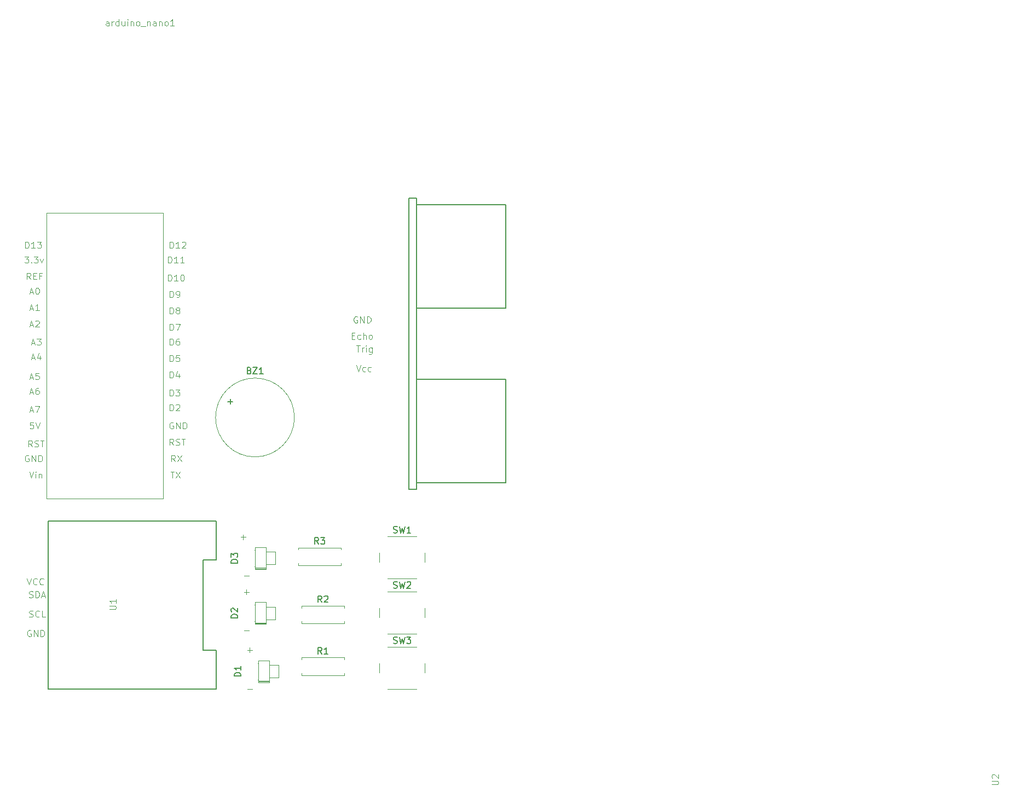
<source format=gbr>
%TF.GenerationSoftware,KiCad,Pcbnew,8.0.7*%
%TF.CreationDate,2024-12-24T10:01:26+05:30*%
%TF.ProjectId,task1,7461736b-312e-46b6-9963-61645f706362,rev?*%
%TF.SameCoordinates,Original*%
%TF.FileFunction,Legend,Top*%
%TF.FilePolarity,Positive*%
%FSLAX46Y46*%
G04 Gerber Fmt 4.6, Leading zero omitted, Abs format (unit mm)*
G04 Created by KiCad (PCBNEW 8.0.7) date 2024-12-24 10:01:26*
%MOMM*%
%LPD*%
G01*
G04 APERTURE LIST*
%ADD10C,0.100000*%
%ADD11C,0.150000*%
%ADD12C,0.120000*%
%ADD13C,0.127000*%
G04 APERTURE END LIST*
D10*
X169303884Y-134991466D02*
X170065789Y-134991466D01*
X169303884Y-128991466D02*
X170065789Y-128991466D01*
X169684836Y-129372419D02*
X169684836Y-128610514D01*
X168803884Y-117491466D02*
X169565789Y-117491466D01*
X168803884Y-125991466D02*
X169565789Y-125991466D01*
X168303884Y-111491466D02*
X169065789Y-111491466D01*
X168684836Y-111872419D02*
X168684836Y-111110514D01*
X168803884Y-119991466D02*
X169565789Y-119991466D01*
X169184836Y-120372419D02*
X169184836Y-119610514D01*
D11*
X168309819Y-133018094D02*
X167309819Y-133018094D01*
X167309819Y-133018094D02*
X167309819Y-132779999D01*
X167309819Y-132779999D02*
X167357438Y-132637142D01*
X167357438Y-132637142D02*
X167452676Y-132541904D01*
X167452676Y-132541904D02*
X167547914Y-132494285D01*
X167547914Y-132494285D02*
X167738390Y-132446666D01*
X167738390Y-132446666D02*
X167881247Y-132446666D01*
X167881247Y-132446666D02*
X168071723Y-132494285D01*
X168071723Y-132494285D02*
X168166961Y-132541904D01*
X168166961Y-132541904D02*
X168262200Y-132637142D01*
X168262200Y-132637142D02*
X168309819Y-132779999D01*
X168309819Y-132779999D02*
X168309819Y-133018094D01*
X168309819Y-131494285D02*
X168309819Y-132065713D01*
X168309819Y-131779999D02*
X167309819Y-131779999D01*
X167309819Y-131779999D02*
X167452676Y-131875237D01*
X167452676Y-131875237D02*
X167547914Y-131970475D01*
X167547914Y-131970475D02*
X167595533Y-132065713D01*
X167809819Y-124008094D02*
X166809819Y-124008094D01*
X166809819Y-124008094D02*
X166809819Y-123769999D01*
X166809819Y-123769999D02*
X166857438Y-123627142D01*
X166857438Y-123627142D02*
X166952676Y-123531904D01*
X166952676Y-123531904D02*
X167047914Y-123484285D01*
X167047914Y-123484285D02*
X167238390Y-123436666D01*
X167238390Y-123436666D02*
X167381247Y-123436666D01*
X167381247Y-123436666D02*
X167571723Y-123484285D01*
X167571723Y-123484285D02*
X167666961Y-123531904D01*
X167666961Y-123531904D02*
X167762200Y-123627142D01*
X167762200Y-123627142D02*
X167809819Y-123769999D01*
X167809819Y-123769999D02*
X167809819Y-124008094D01*
X166905057Y-123055713D02*
X166857438Y-123008094D01*
X166857438Y-123008094D02*
X166809819Y-122912856D01*
X166809819Y-122912856D02*
X166809819Y-122674761D01*
X166809819Y-122674761D02*
X166857438Y-122579523D01*
X166857438Y-122579523D02*
X166905057Y-122531904D01*
X166905057Y-122531904D02*
X167000295Y-122484285D01*
X167000295Y-122484285D02*
X167095533Y-122484285D01*
X167095533Y-122484285D02*
X167238390Y-122531904D01*
X167238390Y-122531904D02*
X167809819Y-123103332D01*
X167809819Y-123103332D02*
X167809819Y-122484285D01*
X180833333Y-129584819D02*
X180500000Y-129108628D01*
X180261905Y-129584819D02*
X180261905Y-128584819D01*
X180261905Y-128584819D02*
X180642857Y-128584819D01*
X180642857Y-128584819D02*
X180738095Y-128632438D01*
X180738095Y-128632438D02*
X180785714Y-128680057D01*
X180785714Y-128680057D02*
X180833333Y-128775295D01*
X180833333Y-128775295D02*
X180833333Y-128918152D01*
X180833333Y-128918152D02*
X180785714Y-129013390D01*
X180785714Y-129013390D02*
X180738095Y-129061009D01*
X180738095Y-129061009D02*
X180642857Y-129108628D01*
X180642857Y-129108628D02*
X180261905Y-129108628D01*
X181785714Y-129584819D02*
X181214286Y-129584819D01*
X181500000Y-129584819D02*
X181500000Y-128584819D01*
X181500000Y-128584819D02*
X181404762Y-128727676D01*
X181404762Y-128727676D02*
X181309524Y-128822914D01*
X181309524Y-128822914D02*
X181214286Y-128870533D01*
X191916667Y-119357200D02*
X192059524Y-119404819D01*
X192059524Y-119404819D02*
X192297619Y-119404819D01*
X192297619Y-119404819D02*
X192392857Y-119357200D01*
X192392857Y-119357200D02*
X192440476Y-119309580D01*
X192440476Y-119309580D02*
X192488095Y-119214342D01*
X192488095Y-119214342D02*
X192488095Y-119119104D01*
X192488095Y-119119104D02*
X192440476Y-119023866D01*
X192440476Y-119023866D02*
X192392857Y-118976247D01*
X192392857Y-118976247D02*
X192297619Y-118928628D01*
X192297619Y-118928628D02*
X192107143Y-118881009D01*
X192107143Y-118881009D02*
X192011905Y-118833390D01*
X192011905Y-118833390D02*
X191964286Y-118785771D01*
X191964286Y-118785771D02*
X191916667Y-118690533D01*
X191916667Y-118690533D02*
X191916667Y-118595295D01*
X191916667Y-118595295D02*
X191964286Y-118500057D01*
X191964286Y-118500057D02*
X192011905Y-118452438D01*
X192011905Y-118452438D02*
X192107143Y-118404819D01*
X192107143Y-118404819D02*
X192345238Y-118404819D01*
X192345238Y-118404819D02*
X192488095Y-118452438D01*
X192821429Y-118404819D02*
X193059524Y-119404819D01*
X193059524Y-119404819D02*
X193250000Y-118690533D01*
X193250000Y-118690533D02*
X193440476Y-119404819D01*
X193440476Y-119404819D02*
X193678572Y-118404819D01*
X194011905Y-118500057D02*
X194059524Y-118452438D01*
X194059524Y-118452438D02*
X194154762Y-118404819D01*
X194154762Y-118404819D02*
X194392857Y-118404819D01*
X194392857Y-118404819D02*
X194488095Y-118452438D01*
X194488095Y-118452438D02*
X194535714Y-118500057D01*
X194535714Y-118500057D02*
X194583333Y-118595295D01*
X194583333Y-118595295D02*
X194583333Y-118690533D01*
X194583333Y-118690533D02*
X194535714Y-118833390D01*
X194535714Y-118833390D02*
X193964286Y-119404819D01*
X193964286Y-119404819D02*
X194583333Y-119404819D01*
D10*
X284474419Y-149780904D02*
X285283942Y-149780904D01*
X285283942Y-149780904D02*
X285379180Y-149733285D01*
X285379180Y-149733285D02*
X285426800Y-149685666D01*
X285426800Y-149685666D02*
X285474419Y-149590428D01*
X285474419Y-149590428D02*
X285474419Y-149399952D01*
X285474419Y-149399952D02*
X285426800Y-149304714D01*
X285426800Y-149304714D02*
X285379180Y-149257095D01*
X285379180Y-149257095D02*
X285283942Y-149209476D01*
X285283942Y-149209476D02*
X284474419Y-149209476D01*
X284569657Y-148780904D02*
X284522038Y-148733285D01*
X284522038Y-148733285D02*
X284474419Y-148638047D01*
X284474419Y-148638047D02*
X284474419Y-148399952D01*
X284474419Y-148399952D02*
X284522038Y-148304714D01*
X284522038Y-148304714D02*
X284569657Y-148257095D01*
X284569657Y-148257095D02*
X284664895Y-148209476D01*
X284664895Y-148209476D02*
X284760133Y-148209476D01*
X284760133Y-148209476D02*
X284902990Y-148257095D01*
X284902990Y-148257095D02*
X285474419Y-148828523D01*
X285474419Y-148828523D02*
X285474419Y-148209476D01*
X185477884Y-80348609D02*
X185811217Y-80348609D01*
X185954074Y-80872419D02*
X185477884Y-80872419D01*
X185477884Y-80872419D02*
X185477884Y-79872419D01*
X185477884Y-79872419D02*
X185954074Y-79872419D01*
X186811217Y-80824800D02*
X186715979Y-80872419D01*
X186715979Y-80872419D02*
X186525503Y-80872419D01*
X186525503Y-80872419D02*
X186430265Y-80824800D01*
X186430265Y-80824800D02*
X186382646Y-80777180D01*
X186382646Y-80777180D02*
X186335027Y-80681942D01*
X186335027Y-80681942D02*
X186335027Y-80396228D01*
X186335027Y-80396228D02*
X186382646Y-80300990D01*
X186382646Y-80300990D02*
X186430265Y-80253371D01*
X186430265Y-80253371D02*
X186525503Y-80205752D01*
X186525503Y-80205752D02*
X186715979Y-80205752D01*
X186715979Y-80205752D02*
X186811217Y-80253371D01*
X187239789Y-80872419D02*
X187239789Y-79872419D01*
X187668360Y-80872419D02*
X187668360Y-80348609D01*
X187668360Y-80348609D02*
X187620741Y-80253371D01*
X187620741Y-80253371D02*
X187525503Y-80205752D01*
X187525503Y-80205752D02*
X187382646Y-80205752D01*
X187382646Y-80205752D02*
X187287408Y-80253371D01*
X187287408Y-80253371D02*
X187239789Y-80300990D01*
X188287408Y-80872419D02*
X188192170Y-80824800D01*
X188192170Y-80824800D02*
X188144551Y-80777180D01*
X188144551Y-80777180D02*
X188096932Y-80681942D01*
X188096932Y-80681942D02*
X188096932Y-80396228D01*
X188096932Y-80396228D02*
X188144551Y-80300990D01*
X188144551Y-80300990D02*
X188192170Y-80253371D01*
X188192170Y-80253371D02*
X188287408Y-80205752D01*
X188287408Y-80205752D02*
X188430265Y-80205752D01*
X188430265Y-80205752D02*
X188525503Y-80253371D01*
X188525503Y-80253371D02*
X188573122Y-80300990D01*
X188573122Y-80300990D02*
X188620741Y-80396228D01*
X188620741Y-80396228D02*
X188620741Y-80681942D01*
X188620741Y-80681942D02*
X188573122Y-80777180D01*
X188573122Y-80777180D02*
X188525503Y-80824800D01*
X188525503Y-80824800D02*
X188430265Y-80872419D01*
X188430265Y-80872419D02*
X188287408Y-80872419D01*
X186161027Y-81872419D02*
X186732455Y-81872419D01*
X186446741Y-82872419D02*
X186446741Y-81872419D01*
X187065789Y-82872419D02*
X187065789Y-82205752D01*
X187065789Y-82396228D02*
X187113408Y-82300990D01*
X187113408Y-82300990D02*
X187161027Y-82253371D01*
X187161027Y-82253371D02*
X187256265Y-82205752D01*
X187256265Y-82205752D02*
X187351503Y-82205752D01*
X187684837Y-82872419D02*
X187684837Y-82205752D01*
X187684837Y-81872419D02*
X187637218Y-81920038D01*
X187637218Y-81920038D02*
X187684837Y-81967657D01*
X187684837Y-81967657D02*
X187732456Y-81920038D01*
X187732456Y-81920038D02*
X187684837Y-81872419D01*
X187684837Y-81872419D02*
X187684837Y-81967657D01*
X188589598Y-82205752D02*
X188589598Y-83015276D01*
X188589598Y-83015276D02*
X188541979Y-83110514D01*
X188541979Y-83110514D02*
X188494360Y-83158133D01*
X188494360Y-83158133D02*
X188399122Y-83205752D01*
X188399122Y-83205752D02*
X188256265Y-83205752D01*
X188256265Y-83205752D02*
X188161027Y-83158133D01*
X188589598Y-82824800D02*
X188494360Y-82872419D01*
X188494360Y-82872419D02*
X188303884Y-82872419D01*
X188303884Y-82872419D02*
X188208646Y-82824800D01*
X188208646Y-82824800D02*
X188161027Y-82777180D01*
X188161027Y-82777180D02*
X188113408Y-82681942D01*
X188113408Y-82681942D02*
X188113408Y-82396228D01*
X188113408Y-82396228D02*
X188161027Y-82300990D01*
X188161027Y-82300990D02*
X188208646Y-82253371D01*
X188208646Y-82253371D02*
X188303884Y-82205752D01*
X188303884Y-82205752D02*
X188494360Y-82205752D01*
X188494360Y-82205752D02*
X188589598Y-82253371D01*
X186161027Y-84872419D02*
X186494360Y-85872419D01*
X186494360Y-85872419D02*
X186827693Y-84872419D01*
X187589598Y-85824800D02*
X187494360Y-85872419D01*
X187494360Y-85872419D02*
X187303884Y-85872419D01*
X187303884Y-85872419D02*
X187208646Y-85824800D01*
X187208646Y-85824800D02*
X187161027Y-85777180D01*
X187161027Y-85777180D02*
X187113408Y-85681942D01*
X187113408Y-85681942D02*
X187113408Y-85396228D01*
X187113408Y-85396228D02*
X187161027Y-85300990D01*
X187161027Y-85300990D02*
X187208646Y-85253371D01*
X187208646Y-85253371D02*
X187303884Y-85205752D01*
X187303884Y-85205752D02*
X187494360Y-85205752D01*
X187494360Y-85205752D02*
X187589598Y-85253371D01*
X188446741Y-85824800D02*
X188351503Y-85872419D01*
X188351503Y-85872419D02*
X188161027Y-85872419D01*
X188161027Y-85872419D02*
X188065789Y-85824800D01*
X188065789Y-85824800D02*
X188018170Y-85777180D01*
X188018170Y-85777180D02*
X187970551Y-85681942D01*
X187970551Y-85681942D02*
X187970551Y-85396228D01*
X187970551Y-85396228D02*
X188018170Y-85300990D01*
X188018170Y-85300990D02*
X188065789Y-85253371D01*
X188065789Y-85253371D02*
X188161027Y-85205752D01*
X188161027Y-85205752D02*
X188351503Y-85205752D01*
X188351503Y-85205752D02*
X188446741Y-85253371D01*
X186327693Y-77420038D02*
X186232455Y-77372419D01*
X186232455Y-77372419D02*
X186089598Y-77372419D01*
X186089598Y-77372419D02*
X185946741Y-77420038D01*
X185946741Y-77420038D02*
X185851503Y-77515276D01*
X185851503Y-77515276D02*
X185803884Y-77610514D01*
X185803884Y-77610514D02*
X185756265Y-77800990D01*
X185756265Y-77800990D02*
X185756265Y-77943847D01*
X185756265Y-77943847D02*
X185803884Y-78134323D01*
X185803884Y-78134323D02*
X185851503Y-78229561D01*
X185851503Y-78229561D02*
X185946741Y-78324800D01*
X185946741Y-78324800D02*
X186089598Y-78372419D01*
X186089598Y-78372419D02*
X186184836Y-78372419D01*
X186184836Y-78372419D02*
X186327693Y-78324800D01*
X186327693Y-78324800D02*
X186375312Y-78277180D01*
X186375312Y-78277180D02*
X186375312Y-77943847D01*
X186375312Y-77943847D02*
X186184836Y-77943847D01*
X186803884Y-78372419D02*
X186803884Y-77372419D01*
X186803884Y-77372419D02*
X187375312Y-78372419D01*
X187375312Y-78372419D02*
X187375312Y-77372419D01*
X187851503Y-78372419D02*
X187851503Y-77372419D01*
X187851503Y-77372419D02*
X188089598Y-77372419D01*
X188089598Y-77372419D02*
X188232455Y-77420038D01*
X188232455Y-77420038D02*
X188327693Y-77515276D01*
X188327693Y-77515276D02*
X188375312Y-77610514D01*
X188375312Y-77610514D02*
X188422931Y-77800990D01*
X188422931Y-77800990D02*
X188422931Y-77943847D01*
X188422931Y-77943847D02*
X188375312Y-78134323D01*
X188375312Y-78134323D02*
X188327693Y-78229561D01*
X188327693Y-78229561D02*
X188232455Y-78324800D01*
X188232455Y-78324800D02*
X188089598Y-78372419D01*
X188089598Y-78372419D02*
X187851503Y-78372419D01*
D11*
X180333333Y-112584819D02*
X180000000Y-112108628D01*
X179761905Y-112584819D02*
X179761905Y-111584819D01*
X179761905Y-111584819D02*
X180142857Y-111584819D01*
X180142857Y-111584819D02*
X180238095Y-111632438D01*
X180238095Y-111632438D02*
X180285714Y-111680057D01*
X180285714Y-111680057D02*
X180333333Y-111775295D01*
X180333333Y-111775295D02*
X180333333Y-111918152D01*
X180333333Y-111918152D02*
X180285714Y-112013390D01*
X180285714Y-112013390D02*
X180238095Y-112061009D01*
X180238095Y-112061009D02*
X180142857Y-112108628D01*
X180142857Y-112108628D02*
X179761905Y-112108628D01*
X180666667Y-111584819D02*
X181285714Y-111584819D01*
X181285714Y-111584819D02*
X180952381Y-111965771D01*
X180952381Y-111965771D02*
X181095238Y-111965771D01*
X181095238Y-111965771D02*
X181190476Y-112013390D01*
X181190476Y-112013390D02*
X181238095Y-112061009D01*
X181238095Y-112061009D02*
X181285714Y-112156247D01*
X181285714Y-112156247D02*
X181285714Y-112394342D01*
X181285714Y-112394342D02*
X181238095Y-112489580D01*
X181238095Y-112489580D02*
X181190476Y-112537200D01*
X181190476Y-112537200D02*
X181095238Y-112584819D01*
X181095238Y-112584819D02*
X180809524Y-112584819D01*
X180809524Y-112584819D02*
X180714286Y-112537200D01*
X180714286Y-112537200D02*
X180666667Y-112489580D01*
X191916667Y-127907200D02*
X192059524Y-127954819D01*
X192059524Y-127954819D02*
X192297619Y-127954819D01*
X192297619Y-127954819D02*
X192392857Y-127907200D01*
X192392857Y-127907200D02*
X192440476Y-127859580D01*
X192440476Y-127859580D02*
X192488095Y-127764342D01*
X192488095Y-127764342D02*
X192488095Y-127669104D01*
X192488095Y-127669104D02*
X192440476Y-127573866D01*
X192440476Y-127573866D02*
X192392857Y-127526247D01*
X192392857Y-127526247D02*
X192297619Y-127478628D01*
X192297619Y-127478628D02*
X192107143Y-127431009D01*
X192107143Y-127431009D02*
X192011905Y-127383390D01*
X192011905Y-127383390D02*
X191964286Y-127335771D01*
X191964286Y-127335771D02*
X191916667Y-127240533D01*
X191916667Y-127240533D02*
X191916667Y-127145295D01*
X191916667Y-127145295D02*
X191964286Y-127050057D01*
X191964286Y-127050057D02*
X192011905Y-127002438D01*
X192011905Y-127002438D02*
X192107143Y-126954819D01*
X192107143Y-126954819D02*
X192345238Y-126954819D01*
X192345238Y-126954819D02*
X192488095Y-127002438D01*
X192821429Y-126954819D02*
X193059524Y-127954819D01*
X193059524Y-127954819D02*
X193250000Y-127240533D01*
X193250000Y-127240533D02*
X193440476Y-127954819D01*
X193440476Y-127954819D02*
X193678572Y-126954819D01*
X193964286Y-126954819D02*
X194583333Y-126954819D01*
X194583333Y-126954819D02*
X194250000Y-127335771D01*
X194250000Y-127335771D02*
X194392857Y-127335771D01*
X194392857Y-127335771D02*
X194488095Y-127383390D01*
X194488095Y-127383390D02*
X194535714Y-127431009D01*
X194535714Y-127431009D02*
X194583333Y-127526247D01*
X194583333Y-127526247D02*
X194583333Y-127764342D01*
X194583333Y-127764342D02*
X194535714Y-127859580D01*
X194535714Y-127859580D02*
X194488095Y-127907200D01*
X194488095Y-127907200D02*
X194392857Y-127954819D01*
X194392857Y-127954819D02*
X194107143Y-127954819D01*
X194107143Y-127954819D02*
X194011905Y-127907200D01*
X194011905Y-127907200D02*
X193964286Y-127859580D01*
X169619047Y-85731009D02*
X169761904Y-85778628D01*
X169761904Y-85778628D02*
X169809523Y-85826247D01*
X169809523Y-85826247D02*
X169857142Y-85921485D01*
X169857142Y-85921485D02*
X169857142Y-86064342D01*
X169857142Y-86064342D02*
X169809523Y-86159580D01*
X169809523Y-86159580D02*
X169761904Y-86207200D01*
X169761904Y-86207200D02*
X169666666Y-86254819D01*
X169666666Y-86254819D02*
X169285714Y-86254819D01*
X169285714Y-86254819D02*
X169285714Y-85254819D01*
X169285714Y-85254819D02*
X169619047Y-85254819D01*
X169619047Y-85254819D02*
X169714285Y-85302438D01*
X169714285Y-85302438D02*
X169761904Y-85350057D01*
X169761904Y-85350057D02*
X169809523Y-85445295D01*
X169809523Y-85445295D02*
X169809523Y-85540533D01*
X169809523Y-85540533D02*
X169761904Y-85635771D01*
X169761904Y-85635771D02*
X169714285Y-85683390D01*
X169714285Y-85683390D02*
X169619047Y-85731009D01*
X169619047Y-85731009D02*
X169285714Y-85731009D01*
X170190476Y-85254819D02*
X170857142Y-85254819D01*
X170857142Y-85254819D02*
X170190476Y-86254819D01*
X170190476Y-86254819D02*
X170857142Y-86254819D01*
X171761904Y-86254819D02*
X171190476Y-86254819D01*
X171476190Y-86254819D02*
X171476190Y-85254819D01*
X171476190Y-85254819D02*
X171380952Y-85397676D01*
X171380952Y-85397676D02*
X171285714Y-85492914D01*
X171285714Y-85492914D02*
X171190476Y-85540533D01*
X166309048Y-90533866D02*
X167070953Y-90533866D01*
X166690000Y-90914819D02*
X166690000Y-90152914D01*
D10*
X147890475Y-32395419D02*
X147890475Y-31871609D01*
X147890475Y-31871609D02*
X147842856Y-31776371D01*
X147842856Y-31776371D02*
X147747618Y-31728752D01*
X147747618Y-31728752D02*
X147557142Y-31728752D01*
X147557142Y-31728752D02*
X147461904Y-31776371D01*
X147890475Y-32347800D02*
X147795237Y-32395419D01*
X147795237Y-32395419D02*
X147557142Y-32395419D01*
X147557142Y-32395419D02*
X147461904Y-32347800D01*
X147461904Y-32347800D02*
X147414285Y-32252561D01*
X147414285Y-32252561D02*
X147414285Y-32157323D01*
X147414285Y-32157323D02*
X147461904Y-32062085D01*
X147461904Y-32062085D02*
X147557142Y-32014466D01*
X147557142Y-32014466D02*
X147795237Y-32014466D01*
X147795237Y-32014466D02*
X147890475Y-31966847D01*
X148366666Y-32395419D02*
X148366666Y-31728752D01*
X148366666Y-31919228D02*
X148414285Y-31823990D01*
X148414285Y-31823990D02*
X148461904Y-31776371D01*
X148461904Y-31776371D02*
X148557142Y-31728752D01*
X148557142Y-31728752D02*
X148652380Y-31728752D01*
X149414285Y-32395419D02*
X149414285Y-31395419D01*
X149414285Y-32347800D02*
X149319047Y-32395419D01*
X149319047Y-32395419D02*
X149128571Y-32395419D01*
X149128571Y-32395419D02*
X149033333Y-32347800D01*
X149033333Y-32347800D02*
X148985714Y-32300180D01*
X148985714Y-32300180D02*
X148938095Y-32204942D01*
X148938095Y-32204942D02*
X148938095Y-31919228D01*
X148938095Y-31919228D02*
X148985714Y-31823990D01*
X148985714Y-31823990D02*
X149033333Y-31776371D01*
X149033333Y-31776371D02*
X149128571Y-31728752D01*
X149128571Y-31728752D02*
X149319047Y-31728752D01*
X149319047Y-31728752D02*
X149414285Y-31776371D01*
X150319047Y-31728752D02*
X150319047Y-32395419D01*
X149890476Y-31728752D02*
X149890476Y-32252561D01*
X149890476Y-32252561D02*
X149938095Y-32347800D01*
X149938095Y-32347800D02*
X150033333Y-32395419D01*
X150033333Y-32395419D02*
X150176190Y-32395419D01*
X150176190Y-32395419D02*
X150271428Y-32347800D01*
X150271428Y-32347800D02*
X150319047Y-32300180D01*
X150795238Y-32395419D02*
X150795238Y-31728752D01*
X150795238Y-31395419D02*
X150747619Y-31443038D01*
X150747619Y-31443038D02*
X150795238Y-31490657D01*
X150795238Y-31490657D02*
X150842857Y-31443038D01*
X150842857Y-31443038D02*
X150795238Y-31395419D01*
X150795238Y-31395419D02*
X150795238Y-31490657D01*
X151271428Y-31728752D02*
X151271428Y-32395419D01*
X151271428Y-31823990D02*
X151319047Y-31776371D01*
X151319047Y-31776371D02*
X151414285Y-31728752D01*
X151414285Y-31728752D02*
X151557142Y-31728752D01*
X151557142Y-31728752D02*
X151652380Y-31776371D01*
X151652380Y-31776371D02*
X151699999Y-31871609D01*
X151699999Y-31871609D02*
X151699999Y-32395419D01*
X152319047Y-32395419D02*
X152223809Y-32347800D01*
X152223809Y-32347800D02*
X152176190Y-32300180D01*
X152176190Y-32300180D02*
X152128571Y-32204942D01*
X152128571Y-32204942D02*
X152128571Y-31919228D01*
X152128571Y-31919228D02*
X152176190Y-31823990D01*
X152176190Y-31823990D02*
X152223809Y-31776371D01*
X152223809Y-31776371D02*
X152319047Y-31728752D01*
X152319047Y-31728752D02*
X152461904Y-31728752D01*
X152461904Y-31728752D02*
X152557142Y-31776371D01*
X152557142Y-31776371D02*
X152604761Y-31823990D01*
X152604761Y-31823990D02*
X152652380Y-31919228D01*
X152652380Y-31919228D02*
X152652380Y-32204942D01*
X152652380Y-32204942D02*
X152604761Y-32300180D01*
X152604761Y-32300180D02*
X152557142Y-32347800D01*
X152557142Y-32347800D02*
X152461904Y-32395419D01*
X152461904Y-32395419D02*
X152319047Y-32395419D01*
X152842857Y-32490657D02*
X153604761Y-32490657D01*
X153842857Y-31728752D02*
X153842857Y-32395419D01*
X153842857Y-31823990D02*
X153890476Y-31776371D01*
X153890476Y-31776371D02*
X153985714Y-31728752D01*
X153985714Y-31728752D02*
X154128571Y-31728752D01*
X154128571Y-31728752D02*
X154223809Y-31776371D01*
X154223809Y-31776371D02*
X154271428Y-31871609D01*
X154271428Y-31871609D02*
X154271428Y-32395419D01*
X155176190Y-32395419D02*
X155176190Y-31871609D01*
X155176190Y-31871609D02*
X155128571Y-31776371D01*
X155128571Y-31776371D02*
X155033333Y-31728752D01*
X155033333Y-31728752D02*
X154842857Y-31728752D01*
X154842857Y-31728752D02*
X154747619Y-31776371D01*
X155176190Y-32347800D02*
X155080952Y-32395419D01*
X155080952Y-32395419D02*
X154842857Y-32395419D01*
X154842857Y-32395419D02*
X154747619Y-32347800D01*
X154747619Y-32347800D02*
X154700000Y-32252561D01*
X154700000Y-32252561D02*
X154700000Y-32157323D01*
X154700000Y-32157323D02*
X154747619Y-32062085D01*
X154747619Y-32062085D02*
X154842857Y-32014466D01*
X154842857Y-32014466D02*
X155080952Y-32014466D01*
X155080952Y-32014466D02*
X155176190Y-31966847D01*
X155652381Y-31728752D02*
X155652381Y-32395419D01*
X155652381Y-31823990D02*
X155700000Y-31776371D01*
X155700000Y-31776371D02*
X155795238Y-31728752D01*
X155795238Y-31728752D02*
X155938095Y-31728752D01*
X155938095Y-31728752D02*
X156033333Y-31776371D01*
X156033333Y-31776371D02*
X156080952Y-31871609D01*
X156080952Y-31871609D02*
X156080952Y-32395419D01*
X156700000Y-32395419D02*
X156604762Y-32347800D01*
X156604762Y-32347800D02*
X156557143Y-32300180D01*
X156557143Y-32300180D02*
X156509524Y-32204942D01*
X156509524Y-32204942D02*
X156509524Y-31919228D01*
X156509524Y-31919228D02*
X156557143Y-31823990D01*
X156557143Y-31823990D02*
X156604762Y-31776371D01*
X156604762Y-31776371D02*
X156700000Y-31728752D01*
X156700000Y-31728752D02*
X156842857Y-31728752D01*
X156842857Y-31728752D02*
X156938095Y-31776371D01*
X156938095Y-31776371D02*
X156985714Y-31823990D01*
X156985714Y-31823990D02*
X157033333Y-31919228D01*
X157033333Y-31919228D02*
X157033333Y-32204942D01*
X157033333Y-32204942D02*
X156985714Y-32300180D01*
X156985714Y-32300180D02*
X156938095Y-32347800D01*
X156938095Y-32347800D02*
X156842857Y-32395419D01*
X156842857Y-32395419D02*
X156700000Y-32395419D01*
X157985714Y-32395419D02*
X157414286Y-32395419D01*
X157700000Y-32395419D02*
X157700000Y-31395419D01*
X157700000Y-31395419D02*
X157604762Y-31538276D01*
X157604762Y-31538276D02*
X157509524Y-31633514D01*
X157509524Y-31633514D02*
X157414286Y-31681133D01*
X135684265Y-89134704D02*
X136160455Y-89134704D01*
X135589027Y-89420419D02*
X135922360Y-88420419D01*
X135922360Y-88420419D02*
X136255693Y-89420419D01*
X137017598Y-88420419D02*
X136827122Y-88420419D01*
X136827122Y-88420419D02*
X136731884Y-88468038D01*
X136731884Y-88468038D02*
X136684265Y-88515657D01*
X136684265Y-88515657D02*
X136589027Y-88658514D01*
X136589027Y-88658514D02*
X136541408Y-88848990D01*
X136541408Y-88848990D02*
X136541408Y-89229942D01*
X136541408Y-89229942D02*
X136589027Y-89325180D01*
X136589027Y-89325180D02*
X136636646Y-89372800D01*
X136636646Y-89372800D02*
X136731884Y-89420419D01*
X136731884Y-89420419D02*
X136922360Y-89420419D01*
X136922360Y-89420419D02*
X137017598Y-89372800D01*
X137017598Y-89372800D02*
X137065217Y-89325180D01*
X137065217Y-89325180D02*
X137112836Y-89229942D01*
X137112836Y-89229942D02*
X137112836Y-88991847D01*
X137112836Y-88991847D02*
X137065217Y-88896609D01*
X137065217Y-88896609D02*
X137017598Y-88848990D01*
X137017598Y-88848990D02*
X136922360Y-88801371D01*
X136922360Y-88801371D02*
X136731884Y-88801371D01*
X136731884Y-88801371D02*
X136636646Y-88848990D01*
X136636646Y-88848990D02*
X136589027Y-88896609D01*
X136589027Y-88896609D02*
X136541408Y-88991847D01*
X157321884Y-84340419D02*
X157321884Y-83340419D01*
X157321884Y-83340419D02*
X157559979Y-83340419D01*
X157559979Y-83340419D02*
X157702836Y-83388038D01*
X157702836Y-83388038D02*
X157798074Y-83483276D01*
X157798074Y-83483276D02*
X157845693Y-83578514D01*
X157845693Y-83578514D02*
X157893312Y-83768990D01*
X157893312Y-83768990D02*
X157893312Y-83911847D01*
X157893312Y-83911847D02*
X157845693Y-84102323D01*
X157845693Y-84102323D02*
X157798074Y-84197561D01*
X157798074Y-84197561D02*
X157702836Y-84292800D01*
X157702836Y-84292800D02*
X157559979Y-84340419D01*
X157559979Y-84340419D02*
X157321884Y-84340419D01*
X158798074Y-83340419D02*
X158321884Y-83340419D01*
X158321884Y-83340419D02*
X158274265Y-83816609D01*
X158274265Y-83816609D02*
X158321884Y-83768990D01*
X158321884Y-83768990D02*
X158417122Y-83721371D01*
X158417122Y-83721371D02*
X158655217Y-83721371D01*
X158655217Y-83721371D02*
X158750455Y-83768990D01*
X158750455Y-83768990D02*
X158798074Y-83816609D01*
X158798074Y-83816609D02*
X158845693Y-83911847D01*
X158845693Y-83911847D02*
X158845693Y-84149942D01*
X158845693Y-84149942D02*
X158798074Y-84245180D01*
X158798074Y-84245180D02*
X158750455Y-84292800D01*
X158750455Y-84292800D02*
X158655217Y-84340419D01*
X158655217Y-84340419D02*
X158417122Y-84340419D01*
X158417122Y-84340419D02*
X158321884Y-84292800D01*
X158321884Y-84292800D02*
X158274265Y-84245180D01*
X157433027Y-101374419D02*
X158004455Y-101374419D01*
X157718741Y-102374419D02*
X157718741Y-101374419D01*
X158242551Y-101374419D02*
X158909217Y-102374419D01*
X158909217Y-101374419D02*
X158242551Y-102374419D01*
X134874646Y-68100419D02*
X135493693Y-68100419D01*
X135493693Y-68100419D02*
X135160360Y-68481371D01*
X135160360Y-68481371D02*
X135303217Y-68481371D01*
X135303217Y-68481371D02*
X135398455Y-68528990D01*
X135398455Y-68528990D02*
X135446074Y-68576609D01*
X135446074Y-68576609D02*
X135493693Y-68671847D01*
X135493693Y-68671847D02*
X135493693Y-68909942D01*
X135493693Y-68909942D02*
X135446074Y-69005180D01*
X135446074Y-69005180D02*
X135398455Y-69052800D01*
X135398455Y-69052800D02*
X135303217Y-69100419D01*
X135303217Y-69100419D02*
X135017503Y-69100419D01*
X135017503Y-69100419D02*
X134922265Y-69052800D01*
X134922265Y-69052800D02*
X134874646Y-69005180D01*
X135922265Y-69005180D02*
X135969884Y-69052800D01*
X135969884Y-69052800D02*
X135922265Y-69100419D01*
X135922265Y-69100419D02*
X135874646Y-69052800D01*
X135874646Y-69052800D02*
X135922265Y-69005180D01*
X135922265Y-69005180D02*
X135922265Y-69100419D01*
X136303217Y-68100419D02*
X136922264Y-68100419D01*
X136922264Y-68100419D02*
X136588931Y-68481371D01*
X136588931Y-68481371D02*
X136731788Y-68481371D01*
X136731788Y-68481371D02*
X136827026Y-68528990D01*
X136827026Y-68528990D02*
X136874645Y-68576609D01*
X136874645Y-68576609D02*
X136922264Y-68671847D01*
X136922264Y-68671847D02*
X136922264Y-68909942D01*
X136922264Y-68909942D02*
X136874645Y-69005180D01*
X136874645Y-69005180D02*
X136827026Y-69052800D01*
X136827026Y-69052800D02*
X136731788Y-69100419D01*
X136731788Y-69100419D02*
X136446074Y-69100419D01*
X136446074Y-69100419D02*
X136350836Y-69052800D01*
X136350836Y-69052800D02*
X136303217Y-69005180D01*
X137255598Y-68433752D02*
X137493693Y-69100419D01*
X137493693Y-69100419D02*
X137731788Y-68433752D01*
X158147312Y-99834419D02*
X157813979Y-99358228D01*
X157575884Y-99834419D02*
X157575884Y-98834419D01*
X157575884Y-98834419D02*
X157956836Y-98834419D01*
X157956836Y-98834419D02*
X158052074Y-98882038D01*
X158052074Y-98882038D02*
X158099693Y-98929657D01*
X158099693Y-98929657D02*
X158147312Y-99024895D01*
X158147312Y-99024895D02*
X158147312Y-99167752D01*
X158147312Y-99167752D02*
X158099693Y-99262990D01*
X158099693Y-99262990D02*
X158052074Y-99310609D01*
X158052074Y-99310609D02*
X157956836Y-99358228D01*
X157956836Y-99358228D02*
X157575884Y-99358228D01*
X158480646Y-98834419D02*
X159147312Y-99834419D01*
X159147312Y-98834419D02*
X158480646Y-99834419D01*
X157321884Y-74434419D02*
X157321884Y-73434419D01*
X157321884Y-73434419D02*
X157559979Y-73434419D01*
X157559979Y-73434419D02*
X157702836Y-73482038D01*
X157702836Y-73482038D02*
X157798074Y-73577276D01*
X157798074Y-73577276D02*
X157845693Y-73672514D01*
X157845693Y-73672514D02*
X157893312Y-73862990D01*
X157893312Y-73862990D02*
X157893312Y-74005847D01*
X157893312Y-74005847D02*
X157845693Y-74196323D01*
X157845693Y-74196323D02*
X157798074Y-74291561D01*
X157798074Y-74291561D02*
X157702836Y-74386800D01*
X157702836Y-74386800D02*
X157559979Y-74434419D01*
X157559979Y-74434419D02*
X157321884Y-74434419D01*
X158369503Y-74434419D02*
X158559979Y-74434419D01*
X158559979Y-74434419D02*
X158655217Y-74386800D01*
X158655217Y-74386800D02*
X158702836Y-74339180D01*
X158702836Y-74339180D02*
X158798074Y-74196323D01*
X158798074Y-74196323D02*
X158845693Y-74005847D01*
X158845693Y-74005847D02*
X158845693Y-73624895D01*
X158845693Y-73624895D02*
X158798074Y-73529657D01*
X158798074Y-73529657D02*
X158750455Y-73482038D01*
X158750455Y-73482038D02*
X158655217Y-73434419D01*
X158655217Y-73434419D02*
X158464741Y-73434419D01*
X158464741Y-73434419D02*
X158369503Y-73482038D01*
X158369503Y-73482038D02*
X158321884Y-73529657D01*
X158321884Y-73529657D02*
X158274265Y-73624895D01*
X158274265Y-73624895D02*
X158274265Y-73862990D01*
X158274265Y-73862990D02*
X158321884Y-73958228D01*
X158321884Y-73958228D02*
X158369503Y-74005847D01*
X158369503Y-74005847D02*
X158464741Y-74053466D01*
X158464741Y-74053466D02*
X158655217Y-74053466D01*
X158655217Y-74053466D02*
X158750455Y-74005847D01*
X158750455Y-74005847D02*
X158798074Y-73958228D01*
X158798074Y-73958228D02*
X158845693Y-73862990D01*
X136208074Y-93754419D02*
X135731884Y-93754419D01*
X135731884Y-93754419D02*
X135684265Y-94230609D01*
X135684265Y-94230609D02*
X135731884Y-94182990D01*
X135731884Y-94182990D02*
X135827122Y-94135371D01*
X135827122Y-94135371D02*
X136065217Y-94135371D01*
X136065217Y-94135371D02*
X136160455Y-94182990D01*
X136160455Y-94182990D02*
X136208074Y-94230609D01*
X136208074Y-94230609D02*
X136255693Y-94325847D01*
X136255693Y-94325847D02*
X136255693Y-94563942D01*
X136255693Y-94563942D02*
X136208074Y-94659180D01*
X136208074Y-94659180D02*
X136160455Y-94706800D01*
X136160455Y-94706800D02*
X136065217Y-94754419D01*
X136065217Y-94754419D02*
X135827122Y-94754419D01*
X135827122Y-94754419D02*
X135731884Y-94706800D01*
X135731884Y-94706800D02*
X135684265Y-94659180D01*
X136541408Y-93754419D02*
X136874741Y-94754419D01*
X136874741Y-94754419D02*
X137208074Y-93754419D01*
X135493693Y-98882038D02*
X135398455Y-98834419D01*
X135398455Y-98834419D02*
X135255598Y-98834419D01*
X135255598Y-98834419D02*
X135112741Y-98882038D01*
X135112741Y-98882038D02*
X135017503Y-98977276D01*
X135017503Y-98977276D02*
X134969884Y-99072514D01*
X134969884Y-99072514D02*
X134922265Y-99262990D01*
X134922265Y-99262990D02*
X134922265Y-99405847D01*
X134922265Y-99405847D02*
X134969884Y-99596323D01*
X134969884Y-99596323D02*
X135017503Y-99691561D01*
X135017503Y-99691561D02*
X135112741Y-99786800D01*
X135112741Y-99786800D02*
X135255598Y-99834419D01*
X135255598Y-99834419D02*
X135350836Y-99834419D01*
X135350836Y-99834419D02*
X135493693Y-99786800D01*
X135493693Y-99786800D02*
X135541312Y-99739180D01*
X135541312Y-99739180D02*
X135541312Y-99405847D01*
X135541312Y-99405847D02*
X135350836Y-99405847D01*
X135969884Y-99834419D02*
X135969884Y-98834419D01*
X135969884Y-98834419D02*
X136541312Y-99834419D01*
X136541312Y-99834419D02*
X136541312Y-98834419D01*
X137017503Y-99834419D02*
X137017503Y-98834419D01*
X137017503Y-98834419D02*
X137255598Y-98834419D01*
X137255598Y-98834419D02*
X137398455Y-98882038D01*
X137398455Y-98882038D02*
X137493693Y-98977276D01*
X137493693Y-98977276D02*
X137541312Y-99072514D01*
X137541312Y-99072514D02*
X137588931Y-99262990D01*
X137588931Y-99262990D02*
X137588931Y-99405847D01*
X137588931Y-99405847D02*
X137541312Y-99596323D01*
X137541312Y-99596323D02*
X137493693Y-99691561D01*
X137493693Y-99691561D02*
X137398455Y-99786800D01*
X137398455Y-99786800D02*
X137255598Y-99834419D01*
X137255598Y-99834419D02*
X137017503Y-99834419D01*
X134969884Y-66814419D02*
X134969884Y-65814419D01*
X134969884Y-65814419D02*
X135207979Y-65814419D01*
X135207979Y-65814419D02*
X135350836Y-65862038D01*
X135350836Y-65862038D02*
X135446074Y-65957276D01*
X135446074Y-65957276D02*
X135493693Y-66052514D01*
X135493693Y-66052514D02*
X135541312Y-66242990D01*
X135541312Y-66242990D02*
X135541312Y-66385847D01*
X135541312Y-66385847D02*
X135493693Y-66576323D01*
X135493693Y-66576323D02*
X135446074Y-66671561D01*
X135446074Y-66671561D02*
X135350836Y-66766800D01*
X135350836Y-66766800D02*
X135207979Y-66814419D01*
X135207979Y-66814419D02*
X134969884Y-66814419D01*
X136493693Y-66814419D02*
X135922265Y-66814419D01*
X136207979Y-66814419D02*
X136207979Y-65814419D01*
X136207979Y-65814419D02*
X136112741Y-65957276D01*
X136112741Y-65957276D02*
X136017503Y-66052514D01*
X136017503Y-66052514D02*
X135922265Y-66100133D01*
X136827027Y-65814419D02*
X137446074Y-65814419D01*
X137446074Y-65814419D02*
X137112741Y-66195371D01*
X137112741Y-66195371D02*
X137255598Y-66195371D01*
X137255598Y-66195371D02*
X137350836Y-66242990D01*
X137350836Y-66242990D02*
X137398455Y-66290609D01*
X137398455Y-66290609D02*
X137446074Y-66385847D01*
X137446074Y-66385847D02*
X137446074Y-66623942D01*
X137446074Y-66623942D02*
X137398455Y-66719180D01*
X137398455Y-66719180D02*
X137350836Y-66766800D01*
X137350836Y-66766800D02*
X137255598Y-66814419D01*
X137255598Y-66814419D02*
X136969884Y-66814419D01*
X136969884Y-66814419D02*
X136874646Y-66766800D01*
X136874646Y-66766800D02*
X136827027Y-66719180D01*
X136049312Y-97548419D02*
X135715979Y-97072228D01*
X135477884Y-97548419D02*
X135477884Y-96548419D01*
X135477884Y-96548419D02*
X135858836Y-96548419D01*
X135858836Y-96548419D02*
X135954074Y-96596038D01*
X135954074Y-96596038D02*
X136001693Y-96643657D01*
X136001693Y-96643657D02*
X136049312Y-96738895D01*
X136049312Y-96738895D02*
X136049312Y-96881752D01*
X136049312Y-96881752D02*
X136001693Y-96976990D01*
X136001693Y-96976990D02*
X135954074Y-97024609D01*
X135954074Y-97024609D02*
X135858836Y-97072228D01*
X135858836Y-97072228D02*
X135477884Y-97072228D01*
X136430265Y-97500800D02*
X136573122Y-97548419D01*
X136573122Y-97548419D02*
X136811217Y-97548419D01*
X136811217Y-97548419D02*
X136906455Y-97500800D01*
X136906455Y-97500800D02*
X136954074Y-97453180D01*
X136954074Y-97453180D02*
X137001693Y-97357942D01*
X137001693Y-97357942D02*
X137001693Y-97262704D01*
X137001693Y-97262704D02*
X136954074Y-97167466D01*
X136954074Y-97167466D02*
X136906455Y-97119847D01*
X136906455Y-97119847D02*
X136811217Y-97072228D01*
X136811217Y-97072228D02*
X136620741Y-97024609D01*
X136620741Y-97024609D02*
X136525503Y-96976990D01*
X136525503Y-96976990D02*
X136477884Y-96929371D01*
X136477884Y-96929371D02*
X136430265Y-96834133D01*
X136430265Y-96834133D02*
X136430265Y-96738895D01*
X136430265Y-96738895D02*
X136477884Y-96643657D01*
X136477884Y-96643657D02*
X136525503Y-96596038D01*
X136525503Y-96596038D02*
X136620741Y-96548419D01*
X136620741Y-96548419D02*
X136858836Y-96548419D01*
X136858836Y-96548419D02*
X137001693Y-96596038D01*
X137287408Y-96548419D02*
X137858836Y-96548419D01*
X137573122Y-97548419D02*
X137573122Y-96548419D01*
X135684265Y-76180704D02*
X136160455Y-76180704D01*
X135589027Y-76466419D02*
X135922360Y-75466419D01*
X135922360Y-75466419D02*
X136255693Y-76466419D01*
X137112836Y-76466419D02*
X136541408Y-76466419D01*
X136827122Y-76466419D02*
X136827122Y-75466419D01*
X136827122Y-75466419D02*
X136731884Y-75609276D01*
X136731884Y-75609276D02*
X136636646Y-75704514D01*
X136636646Y-75704514D02*
X136541408Y-75752133D01*
X135684265Y-73640704D02*
X136160455Y-73640704D01*
X135589027Y-73926419D02*
X135922360Y-72926419D01*
X135922360Y-72926419D02*
X136255693Y-73926419D01*
X136779503Y-72926419D02*
X136874741Y-72926419D01*
X136874741Y-72926419D02*
X136969979Y-72974038D01*
X136969979Y-72974038D02*
X137017598Y-73021657D01*
X137017598Y-73021657D02*
X137065217Y-73116895D01*
X137065217Y-73116895D02*
X137112836Y-73307371D01*
X137112836Y-73307371D02*
X137112836Y-73545466D01*
X137112836Y-73545466D02*
X137065217Y-73735942D01*
X137065217Y-73735942D02*
X137017598Y-73831180D01*
X137017598Y-73831180D02*
X136969979Y-73878800D01*
X136969979Y-73878800D02*
X136874741Y-73926419D01*
X136874741Y-73926419D02*
X136779503Y-73926419D01*
X136779503Y-73926419D02*
X136684265Y-73878800D01*
X136684265Y-73878800D02*
X136636646Y-73831180D01*
X136636646Y-73831180D02*
X136589027Y-73735942D01*
X136589027Y-73735942D02*
X136541408Y-73545466D01*
X136541408Y-73545466D02*
X136541408Y-73307371D01*
X136541408Y-73307371D02*
X136589027Y-73116895D01*
X136589027Y-73116895D02*
X136636646Y-73021657D01*
X136636646Y-73021657D02*
X136684265Y-72974038D01*
X136684265Y-72974038D02*
X136779503Y-72926419D01*
X135684265Y-78720704D02*
X136160455Y-78720704D01*
X135589027Y-79006419D02*
X135922360Y-78006419D01*
X135922360Y-78006419D02*
X136255693Y-79006419D01*
X136541408Y-78101657D02*
X136589027Y-78054038D01*
X136589027Y-78054038D02*
X136684265Y-78006419D01*
X136684265Y-78006419D02*
X136922360Y-78006419D01*
X136922360Y-78006419D02*
X137017598Y-78054038D01*
X137017598Y-78054038D02*
X137065217Y-78101657D01*
X137065217Y-78101657D02*
X137112836Y-78196895D01*
X137112836Y-78196895D02*
X137112836Y-78292133D01*
X137112836Y-78292133D02*
X137065217Y-78434990D01*
X137065217Y-78434990D02*
X136493789Y-79006419D01*
X136493789Y-79006419D02*
X137112836Y-79006419D01*
X157321884Y-91960419D02*
X157321884Y-90960419D01*
X157321884Y-90960419D02*
X157559979Y-90960419D01*
X157559979Y-90960419D02*
X157702836Y-91008038D01*
X157702836Y-91008038D02*
X157798074Y-91103276D01*
X157798074Y-91103276D02*
X157845693Y-91198514D01*
X157845693Y-91198514D02*
X157893312Y-91388990D01*
X157893312Y-91388990D02*
X157893312Y-91531847D01*
X157893312Y-91531847D02*
X157845693Y-91722323D01*
X157845693Y-91722323D02*
X157798074Y-91817561D01*
X157798074Y-91817561D02*
X157702836Y-91912800D01*
X157702836Y-91912800D02*
X157559979Y-91960419D01*
X157559979Y-91960419D02*
X157321884Y-91960419D01*
X158274265Y-91055657D02*
X158321884Y-91008038D01*
X158321884Y-91008038D02*
X158417122Y-90960419D01*
X158417122Y-90960419D02*
X158655217Y-90960419D01*
X158655217Y-90960419D02*
X158750455Y-91008038D01*
X158750455Y-91008038D02*
X158798074Y-91055657D01*
X158798074Y-91055657D02*
X158845693Y-91150895D01*
X158845693Y-91150895D02*
X158845693Y-91246133D01*
X158845693Y-91246133D02*
X158798074Y-91388990D01*
X158798074Y-91388990D02*
X158226646Y-91960419D01*
X158226646Y-91960419D02*
X158845693Y-91960419D01*
X157321884Y-76974419D02*
X157321884Y-75974419D01*
X157321884Y-75974419D02*
X157559979Y-75974419D01*
X157559979Y-75974419D02*
X157702836Y-76022038D01*
X157702836Y-76022038D02*
X157798074Y-76117276D01*
X157798074Y-76117276D02*
X157845693Y-76212514D01*
X157845693Y-76212514D02*
X157893312Y-76402990D01*
X157893312Y-76402990D02*
X157893312Y-76545847D01*
X157893312Y-76545847D02*
X157845693Y-76736323D01*
X157845693Y-76736323D02*
X157798074Y-76831561D01*
X157798074Y-76831561D02*
X157702836Y-76926800D01*
X157702836Y-76926800D02*
X157559979Y-76974419D01*
X157559979Y-76974419D02*
X157321884Y-76974419D01*
X158464741Y-76402990D02*
X158369503Y-76355371D01*
X158369503Y-76355371D02*
X158321884Y-76307752D01*
X158321884Y-76307752D02*
X158274265Y-76212514D01*
X158274265Y-76212514D02*
X158274265Y-76164895D01*
X158274265Y-76164895D02*
X158321884Y-76069657D01*
X158321884Y-76069657D02*
X158369503Y-76022038D01*
X158369503Y-76022038D02*
X158464741Y-75974419D01*
X158464741Y-75974419D02*
X158655217Y-75974419D01*
X158655217Y-75974419D02*
X158750455Y-76022038D01*
X158750455Y-76022038D02*
X158798074Y-76069657D01*
X158798074Y-76069657D02*
X158845693Y-76164895D01*
X158845693Y-76164895D02*
X158845693Y-76212514D01*
X158845693Y-76212514D02*
X158798074Y-76307752D01*
X158798074Y-76307752D02*
X158750455Y-76355371D01*
X158750455Y-76355371D02*
X158655217Y-76402990D01*
X158655217Y-76402990D02*
X158464741Y-76402990D01*
X158464741Y-76402990D02*
X158369503Y-76450609D01*
X158369503Y-76450609D02*
X158321884Y-76498228D01*
X158321884Y-76498228D02*
X158274265Y-76593466D01*
X158274265Y-76593466D02*
X158274265Y-76783942D01*
X158274265Y-76783942D02*
X158321884Y-76879180D01*
X158321884Y-76879180D02*
X158369503Y-76926800D01*
X158369503Y-76926800D02*
X158464741Y-76974419D01*
X158464741Y-76974419D02*
X158655217Y-76974419D01*
X158655217Y-76974419D02*
X158750455Y-76926800D01*
X158750455Y-76926800D02*
X158798074Y-76879180D01*
X158798074Y-76879180D02*
X158845693Y-76783942D01*
X158845693Y-76783942D02*
X158845693Y-76593466D01*
X158845693Y-76593466D02*
X158798074Y-76498228D01*
X158798074Y-76498228D02*
X158750455Y-76450609D01*
X158750455Y-76450609D02*
X158655217Y-76402990D01*
X135589027Y-101374419D02*
X135922360Y-102374419D01*
X135922360Y-102374419D02*
X136255693Y-101374419D01*
X136589027Y-102374419D02*
X136589027Y-101707752D01*
X136589027Y-101374419D02*
X136541408Y-101422038D01*
X136541408Y-101422038D02*
X136589027Y-101469657D01*
X136589027Y-101469657D02*
X136636646Y-101422038D01*
X136636646Y-101422038D02*
X136589027Y-101374419D01*
X136589027Y-101374419D02*
X136589027Y-101469657D01*
X137065217Y-101707752D02*
X137065217Y-102374419D01*
X137065217Y-101802990D02*
X137112836Y-101755371D01*
X137112836Y-101755371D02*
X137208074Y-101707752D01*
X137208074Y-101707752D02*
X137350931Y-101707752D01*
X137350931Y-101707752D02*
X137446169Y-101755371D01*
X137446169Y-101755371D02*
X137493788Y-101850609D01*
X137493788Y-101850609D02*
X137493788Y-102374419D01*
X157893312Y-97294419D02*
X157559979Y-96818228D01*
X157321884Y-97294419D02*
X157321884Y-96294419D01*
X157321884Y-96294419D02*
X157702836Y-96294419D01*
X157702836Y-96294419D02*
X157798074Y-96342038D01*
X157798074Y-96342038D02*
X157845693Y-96389657D01*
X157845693Y-96389657D02*
X157893312Y-96484895D01*
X157893312Y-96484895D02*
X157893312Y-96627752D01*
X157893312Y-96627752D02*
X157845693Y-96722990D01*
X157845693Y-96722990D02*
X157798074Y-96770609D01*
X157798074Y-96770609D02*
X157702836Y-96818228D01*
X157702836Y-96818228D02*
X157321884Y-96818228D01*
X158274265Y-97246800D02*
X158417122Y-97294419D01*
X158417122Y-97294419D02*
X158655217Y-97294419D01*
X158655217Y-97294419D02*
X158750455Y-97246800D01*
X158750455Y-97246800D02*
X158798074Y-97199180D01*
X158798074Y-97199180D02*
X158845693Y-97103942D01*
X158845693Y-97103942D02*
X158845693Y-97008704D01*
X158845693Y-97008704D02*
X158798074Y-96913466D01*
X158798074Y-96913466D02*
X158750455Y-96865847D01*
X158750455Y-96865847D02*
X158655217Y-96818228D01*
X158655217Y-96818228D02*
X158464741Y-96770609D01*
X158464741Y-96770609D02*
X158369503Y-96722990D01*
X158369503Y-96722990D02*
X158321884Y-96675371D01*
X158321884Y-96675371D02*
X158274265Y-96580133D01*
X158274265Y-96580133D02*
X158274265Y-96484895D01*
X158274265Y-96484895D02*
X158321884Y-96389657D01*
X158321884Y-96389657D02*
X158369503Y-96342038D01*
X158369503Y-96342038D02*
X158464741Y-96294419D01*
X158464741Y-96294419D02*
X158702836Y-96294419D01*
X158702836Y-96294419D02*
X158845693Y-96342038D01*
X159131408Y-96294419D02*
X159702836Y-96294419D01*
X159417122Y-97294419D02*
X159417122Y-96294419D01*
X135795312Y-71640419D02*
X135461979Y-71164228D01*
X135223884Y-71640419D02*
X135223884Y-70640419D01*
X135223884Y-70640419D02*
X135604836Y-70640419D01*
X135604836Y-70640419D02*
X135700074Y-70688038D01*
X135700074Y-70688038D02*
X135747693Y-70735657D01*
X135747693Y-70735657D02*
X135795312Y-70830895D01*
X135795312Y-70830895D02*
X135795312Y-70973752D01*
X135795312Y-70973752D02*
X135747693Y-71068990D01*
X135747693Y-71068990D02*
X135700074Y-71116609D01*
X135700074Y-71116609D02*
X135604836Y-71164228D01*
X135604836Y-71164228D02*
X135223884Y-71164228D01*
X136223884Y-71116609D02*
X136557217Y-71116609D01*
X136700074Y-71640419D02*
X136223884Y-71640419D01*
X136223884Y-71640419D02*
X136223884Y-70640419D01*
X136223884Y-70640419D02*
X136700074Y-70640419D01*
X137461979Y-71116609D02*
X137128646Y-71116609D01*
X137128646Y-71640419D02*
X137128646Y-70640419D01*
X137128646Y-70640419D02*
X137604836Y-70640419D01*
X157321884Y-81800419D02*
X157321884Y-80800419D01*
X157321884Y-80800419D02*
X157559979Y-80800419D01*
X157559979Y-80800419D02*
X157702836Y-80848038D01*
X157702836Y-80848038D02*
X157798074Y-80943276D01*
X157798074Y-80943276D02*
X157845693Y-81038514D01*
X157845693Y-81038514D02*
X157893312Y-81228990D01*
X157893312Y-81228990D02*
X157893312Y-81371847D01*
X157893312Y-81371847D02*
X157845693Y-81562323D01*
X157845693Y-81562323D02*
X157798074Y-81657561D01*
X157798074Y-81657561D02*
X157702836Y-81752800D01*
X157702836Y-81752800D02*
X157559979Y-81800419D01*
X157559979Y-81800419D02*
X157321884Y-81800419D01*
X158750455Y-80800419D02*
X158559979Y-80800419D01*
X158559979Y-80800419D02*
X158464741Y-80848038D01*
X158464741Y-80848038D02*
X158417122Y-80895657D01*
X158417122Y-80895657D02*
X158321884Y-81038514D01*
X158321884Y-81038514D02*
X158274265Y-81228990D01*
X158274265Y-81228990D02*
X158274265Y-81609942D01*
X158274265Y-81609942D02*
X158321884Y-81705180D01*
X158321884Y-81705180D02*
X158369503Y-81752800D01*
X158369503Y-81752800D02*
X158464741Y-81800419D01*
X158464741Y-81800419D02*
X158655217Y-81800419D01*
X158655217Y-81800419D02*
X158750455Y-81752800D01*
X158750455Y-81752800D02*
X158798074Y-81705180D01*
X158798074Y-81705180D02*
X158845693Y-81609942D01*
X158845693Y-81609942D02*
X158845693Y-81371847D01*
X158845693Y-81371847D02*
X158798074Y-81276609D01*
X158798074Y-81276609D02*
X158750455Y-81228990D01*
X158750455Y-81228990D02*
X158655217Y-81181371D01*
X158655217Y-81181371D02*
X158464741Y-81181371D01*
X158464741Y-81181371D02*
X158369503Y-81228990D01*
X158369503Y-81228990D02*
X158321884Y-81276609D01*
X158321884Y-81276609D02*
X158274265Y-81371847D01*
X135938265Y-81514704D02*
X136414455Y-81514704D01*
X135843027Y-81800419D02*
X136176360Y-80800419D01*
X136176360Y-80800419D02*
X136509693Y-81800419D01*
X136747789Y-80800419D02*
X137366836Y-80800419D01*
X137366836Y-80800419D02*
X137033503Y-81181371D01*
X137033503Y-81181371D02*
X137176360Y-81181371D01*
X137176360Y-81181371D02*
X137271598Y-81228990D01*
X137271598Y-81228990D02*
X137319217Y-81276609D01*
X137319217Y-81276609D02*
X137366836Y-81371847D01*
X137366836Y-81371847D02*
X137366836Y-81609942D01*
X137366836Y-81609942D02*
X137319217Y-81705180D01*
X137319217Y-81705180D02*
X137271598Y-81752800D01*
X137271598Y-81752800D02*
X137176360Y-81800419D01*
X137176360Y-81800419D02*
X136890646Y-81800419D01*
X136890646Y-81800419D02*
X136795408Y-81752800D01*
X136795408Y-81752800D02*
X136747789Y-81705180D01*
X157321884Y-89674419D02*
X157321884Y-88674419D01*
X157321884Y-88674419D02*
X157559979Y-88674419D01*
X157559979Y-88674419D02*
X157702836Y-88722038D01*
X157702836Y-88722038D02*
X157798074Y-88817276D01*
X157798074Y-88817276D02*
X157845693Y-88912514D01*
X157845693Y-88912514D02*
X157893312Y-89102990D01*
X157893312Y-89102990D02*
X157893312Y-89245847D01*
X157893312Y-89245847D02*
X157845693Y-89436323D01*
X157845693Y-89436323D02*
X157798074Y-89531561D01*
X157798074Y-89531561D02*
X157702836Y-89626800D01*
X157702836Y-89626800D02*
X157559979Y-89674419D01*
X157559979Y-89674419D02*
X157321884Y-89674419D01*
X158226646Y-88674419D02*
X158845693Y-88674419D01*
X158845693Y-88674419D02*
X158512360Y-89055371D01*
X158512360Y-89055371D02*
X158655217Y-89055371D01*
X158655217Y-89055371D02*
X158750455Y-89102990D01*
X158750455Y-89102990D02*
X158798074Y-89150609D01*
X158798074Y-89150609D02*
X158845693Y-89245847D01*
X158845693Y-89245847D02*
X158845693Y-89483942D01*
X158845693Y-89483942D02*
X158798074Y-89579180D01*
X158798074Y-89579180D02*
X158750455Y-89626800D01*
X158750455Y-89626800D02*
X158655217Y-89674419D01*
X158655217Y-89674419D02*
X158369503Y-89674419D01*
X158369503Y-89674419D02*
X158274265Y-89626800D01*
X158274265Y-89626800D02*
X158226646Y-89579180D01*
X135938265Y-83800704D02*
X136414455Y-83800704D01*
X135843027Y-84086419D02*
X136176360Y-83086419D01*
X136176360Y-83086419D02*
X136509693Y-84086419D01*
X137271598Y-83419752D02*
X137271598Y-84086419D01*
X137033503Y-83038800D02*
X136795408Y-83753085D01*
X136795408Y-83753085D02*
X137414455Y-83753085D01*
X157321884Y-79514419D02*
X157321884Y-78514419D01*
X157321884Y-78514419D02*
X157559979Y-78514419D01*
X157559979Y-78514419D02*
X157702836Y-78562038D01*
X157702836Y-78562038D02*
X157798074Y-78657276D01*
X157798074Y-78657276D02*
X157845693Y-78752514D01*
X157845693Y-78752514D02*
X157893312Y-78942990D01*
X157893312Y-78942990D02*
X157893312Y-79085847D01*
X157893312Y-79085847D02*
X157845693Y-79276323D01*
X157845693Y-79276323D02*
X157798074Y-79371561D01*
X157798074Y-79371561D02*
X157702836Y-79466800D01*
X157702836Y-79466800D02*
X157559979Y-79514419D01*
X157559979Y-79514419D02*
X157321884Y-79514419D01*
X158226646Y-78514419D02*
X158893312Y-78514419D01*
X158893312Y-78514419D02*
X158464741Y-79514419D01*
X135684265Y-91928704D02*
X136160455Y-91928704D01*
X135589027Y-92214419D02*
X135922360Y-91214419D01*
X135922360Y-91214419D02*
X136255693Y-92214419D01*
X136493789Y-91214419D02*
X137160455Y-91214419D01*
X137160455Y-91214419D02*
X136731884Y-92214419D01*
X157067884Y-69100419D02*
X157067884Y-68100419D01*
X157067884Y-68100419D02*
X157305979Y-68100419D01*
X157305979Y-68100419D02*
X157448836Y-68148038D01*
X157448836Y-68148038D02*
X157544074Y-68243276D01*
X157544074Y-68243276D02*
X157591693Y-68338514D01*
X157591693Y-68338514D02*
X157639312Y-68528990D01*
X157639312Y-68528990D02*
X157639312Y-68671847D01*
X157639312Y-68671847D02*
X157591693Y-68862323D01*
X157591693Y-68862323D02*
X157544074Y-68957561D01*
X157544074Y-68957561D02*
X157448836Y-69052800D01*
X157448836Y-69052800D02*
X157305979Y-69100419D01*
X157305979Y-69100419D02*
X157067884Y-69100419D01*
X158591693Y-69100419D02*
X158020265Y-69100419D01*
X158305979Y-69100419D02*
X158305979Y-68100419D01*
X158305979Y-68100419D02*
X158210741Y-68243276D01*
X158210741Y-68243276D02*
X158115503Y-68338514D01*
X158115503Y-68338514D02*
X158020265Y-68386133D01*
X159544074Y-69100419D02*
X158972646Y-69100419D01*
X159258360Y-69100419D02*
X159258360Y-68100419D01*
X159258360Y-68100419D02*
X159163122Y-68243276D01*
X159163122Y-68243276D02*
X159067884Y-68338514D01*
X159067884Y-68338514D02*
X158972646Y-68386133D01*
X157845693Y-93802038D02*
X157750455Y-93754419D01*
X157750455Y-93754419D02*
X157607598Y-93754419D01*
X157607598Y-93754419D02*
X157464741Y-93802038D01*
X157464741Y-93802038D02*
X157369503Y-93897276D01*
X157369503Y-93897276D02*
X157321884Y-93992514D01*
X157321884Y-93992514D02*
X157274265Y-94182990D01*
X157274265Y-94182990D02*
X157274265Y-94325847D01*
X157274265Y-94325847D02*
X157321884Y-94516323D01*
X157321884Y-94516323D02*
X157369503Y-94611561D01*
X157369503Y-94611561D02*
X157464741Y-94706800D01*
X157464741Y-94706800D02*
X157607598Y-94754419D01*
X157607598Y-94754419D02*
X157702836Y-94754419D01*
X157702836Y-94754419D02*
X157845693Y-94706800D01*
X157845693Y-94706800D02*
X157893312Y-94659180D01*
X157893312Y-94659180D02*
X157893312Y-94325847D01*
X157893312Y-94325847D02*
X157702836Y-94325847D01*
X158321884Y-94754419D02*
X158321884Y-93754419D01*
X158321884Y-93754419D02*
X158893312Y-94754419D01*
X158893312Y-94754419D02*
X158893312Y-93754419D01*
X159369503Y-94754419D02*
X159369503Y-93754419D01*
X159369503Y-93754419D02*
X159607598Y-93754419D01*
X159607598Y-93754419D02*
X159750455Y-93802038D01*
X159750455Y-93802038D02*
X159845693Y-93897276D01*
X159845693Y-93897276D02*
X159893312Y-93992514D01*
X159893312Y-93992514D02*
X159940931Y-94182990D01*
X159940931Y-94182990D02*
X159940931Y-94325847D01*
X159940931Y-94325847D02*
X159893312Y-94516323D01*
X159893312Y-94516323D02*
X159845693Y-94611561D01*
X159845693Y-94611561D02*
X159750455Y-94706800D01*
X159750455Y-94706800D02*
X159607598Y-94754419D01*
X159607598Y-94754419D02*
X159369503Y-94754419D01*
X157321884Y-66814419D02*
X157321884Y-65814419D01*
X157321884Y-65814419D02*
X157559979Y-65814419D01*
X157559979Y-65814419D02*
X157702836Y-65862038D01*
X157702836Y-65862038D02*
X157798074Y-65957276D01*
X157798074Y-65957276D02*
X157845693Y-66052514D01*
X157845693Y-66052514D02*
X157893312Y-66242990D01*
X157893312Y-66242990D02*
X157893312Y-66385847D01*
X157893312Y-66385847D02*
X157845693Y-66576323D01*
X157845693Y-66576323D02*
X157798074Y-66671561D01*
X157798074Y-66671561D02*
X157702836Y-66766800D01*
X157702836Y-66766800D02*
X157559979Y-66814419D01*
X157559979Y-66814419D02*
X157321884Y-66814419D01*
X158845693Y-66814419D02*
X158274265Y-66814419D01*
X158559979Y-66814419D02*
X158559979Y-65814419D01*
X158559979Y-65814419D02*
X158464741Y-65957276D01*
X158464741Y-65957276D02*
X158369503Y-66052514D01*
X158369503Y-66052514D02*
X158274265Y-66100133D01*
X159226646Y-65909657D02*
X159274265Y-65862038D01*
X159274265Y-65862038D02*
X159369503Y-65814419D01*
X159369503Y-65814419D02*
X159607598Y-65814419D01*
X159607598Y-65814419D02*
X159702836Y-65862038D01*
X159702836Y-65862038D02*
X159750455Y-65909657D01*
X159750455Y-65909657D02*
X159798074Y-66004895D01*
X159798074Y-66004895D02*
X159798074Y-66100133D01*
X159798074Y-66100133D02*
X159750455Y-66242990D01*
X159750455Y-66242990D02*
X159179027Y-66814419D01*
X159179027Y-66814419D02*
X159798074Y-66814419D01*
X157321884Y-86880419D02*
X157321884Y-85880419D01*
X157321884Y-85880419D02*
X157559979Y-85880419D01*
X157559979Y-85880419D02*
X157702836Y-85928038D01*
X157702836Y-85928038D02*
X157798074Y-86023276D01*
X157798074Y-86023276D02*
X157845693Y-86118514D01*
X157845693Y-86118514D02*
X157893312Y-86308990D01*
X157893312Y-86308990D02*
X157893312Y-86451847D01*
X157893312Y-86451847D02*
X157845693Y-86642323D01*
X157845693Y-86642323D02*
X157798074Y-86737561D01*
X157798074Y-86737561D02*
X157702836Y-86832800D01*
X157702836Y-86832800D02*
X157559979Y-86880419D01*
X157559979Y-86880419D02*
X157321884Y-86880419D01*
X158750455Y-86213752D02*
X158750455Y-86880419D01*
X158512360Y-85832800D02*
X158274265Y-86547085D01*
X158274265Y-86547085D02*
X158893312Y-86547085D01*
X157067884Y-71894419D02*
X157067884Y-70894419D01*
X157067884Y-70894419D02*
X157305979Y-70894419D01*
X157305979Y-70894419D02*
X157448836Y-70942038D01*
X157448836Y-70942038D02*
X157544074Y-71037276D01*
X157544074Y-71037276D02*
X157591693Y-71132514D01*
X157591693Y-71132514D02*
X157639312Y-71322990D01*
X157639312Y-71322990D02*
X157639312Y-71465847D01*
X157639312Y-71465847D02*
X157591693Y-71656323D01*
X157591693Y-71656323D02*
X157544074Y-71751561D01*
X157544074Y-71751561D02*
X157448836Y-71846800D01*
X157448836Y-71846800D02*
X157305979Y-71894419D01*
X157305979Y-71894419D02*
X157067884Y-71894419D01*
X158591693Y-71894419D02*
X158020265Y-71894419D01*
X158305979Y-71894419D02*
X158305979Y-70894419D01*
X158305979Y-70894419D02*
X158210741Y-71037276D01*
X158210741Y-71037276D02*
X158115503Y-71132514D01*
X158115503Y-71132514D02*
X158020265Y-71180133D01*
X159210741Y-70894419D02*
X159305979Y-70894419D01*
X159305979Y-70894419D02*
X159401217Y-70942038D01*
X159401217Y-70942038D02*
X159448836Y-70989657D01*
X159448836Y-70989657D02*
X159496455Y-71084895D01*
X159496455Y-71084895D02*
X159544074Y-71275371D01*
X159544074Y-71275371D02*
X159544074Y-71513466D01*
X159544074Y-71513466D02*
X159496455Y-71703942D01*
X159496455Y-71703942D02*
X159448836Y-71799180D01*
X159448836Y-71799180D02*
X159401217Y-71846800D01*
X159401217Y-71846800D02*
X159305979Y-71894419D01*
X159305979Y-71894419D02*
X159210741Y-71894419D01*
X159210741Y-71894419D02*
X159115503Y-71846800D01*
X159115503Y-71846800D02*
X159067884Y-71799180D01*
X159067884Y-71799180D02*
X159020265Y-71703942D01*
X159020265Y-71703942D02*
X158972646Y-71513466D01*
X158972646Y-71513466D02*
X158972646Y-71275371D01*
X158972646Y-71275371D02*
X159020265Y-71084895D01*
X159020265Y-71084895D02*
X159067884Y-70989657D01*
X159067884Y-70989657D02*
X159115503Y-70942038D01*
X159115503Y-70942038D02*
X159210741Y-70894419D01*
X135684265Y-86848704D02*
X136160455Y-86848704D01*
X135589027Y-87134419D02*
X135922360Y-86134419D01*
X135922360Y-86134419D02*
X136255693Y-87134419D01*
X137065217Y-86134419D02*
X136589027Y-86134419D01*
X136589027Y-86134419D02*
X136541408Y-86610609D01*
X136541408Y-86610609D02*
X136589027Y-86562990D01*
X136589027Y-86562990D02*
X136684265Y-86515371D01*
X136684265Y-86515371D02*
X136922360Y-86515371D01*
X136922360Y-86515371D02*
X137017598Y-86562990D01*
X137017598Y-86562990D02*
X137065217Y-86610609D01*
X137065217Y-86610609D02*
X137112836Y-86705847D01*
X137112836Y-86705847D02*
X137112836Y-86943942D01*
X137112836Y-86943942D02*
X137065217Y-87039180D01*
X137065217Y-87039180D02*
X137017598Y-87086800D01*
X137017598Y-87086800D02*
X136922360Y-87134419D01*
X136922360Y-87134419D02*
X136684265Y-87134419D01*
X136684265Y-87134419D02*
X136589027Y-87086800D01*
X136589027Y-87086800D02*
X136541408Y-87039180D01*
X147995419Y-122683904D02*
X148804942Y-122683904D01*
X148804942Y-122683904D02*
X148900180Y-122636285D01*
X148900180Y-122636285D02*
X148947800Y-122588666D01*
X148947800Y-122588666D02*
X148995419Y-122493428D01*
X148995419Y-122493428D02*
X148995419Y-122302952D01*
X148995419Y-122302952D02*
X148947800Y-122207714D01*
X148947800Y-122207714D02*
X148900180Y-122160095D01*
X148900180Y-122160095D02*
X148804942Y-122112476D01*
X148804942Y-122112476D02*
X147995419Y-122112476D01*
X148995419Y-121112476D02*
X148995419Y-121683904D01*
X148995419Y-121398190D02*
X147995419Y-121398190D01*
X147995419Y-121398190D02*
X148138276Y-121493428D01*
X148138276Y-121493428D02*
X148233514Y-121588666D01*
X148233514Y-121588666D02*
X148281133Y-121683904D01*
X135578265Y-120824800D02*
X135721122Y-120872419D01*
X135721122Y-120872419D02*
X135959217Y-120872419D01*
X135959217Y-120872419D02*
X136054455Y-120824800D01*
X136054455Y-120824800D02*
X136102074Y-120777180D01*
X136102074Y-120777180D02*
X136149693Y-120681942D01*
X136149693Y-120681942D02*
X136149693Y-120586704D01*
X136149693Y-120586704D02*
X136102074Y-120491466D01*
X136102074Y-120491466D02*
X136054455Y-120443847D01*
X136054455Y-120443847D02*
X135959217Y-120396228D01*
X135959217Y-120396228D02*
X135768741Y-120348609D01*
X135768741Y-120348609D02*
X135673503Y-120300990D01*
X135673503Y-120300990D02*
X135625884Y-120253371D01*
X135625884Y-120253371D02*
X135578265Y-120158133D01*
X135578265Y-120158133D02*
X135578265Y-120062895D01*
X135578265Y-120062895D02*
X135625884Y-119967657D01*
X135625884Y-119967657D02*
X135673503Y-119920038D01*
X135673503Y-119920038D02*
X135768741Y-119872419D01*
X135768741Y-119872419D02*
X136006836Y-119872419D01*
X136006836Y-119872419D02*
X136149693Y-119920038D01*
X136578265Y-120872419D02*
X136578265Y-119872419D01*
X136578265Y-119872419D02*
X136816360Y-119872419D01*
X136816360Y-119872419D02*
X136959217Y-119920038D01*
X136959217Y-119920038D02*
X137054455Y-120015276D01*
X137054455Y-120015276D02*
X137102074Y-120110514D01*
X137102074Y-120110514D02*
X137149693Y-120300990D01*
X137149693Y-120300990D02*
X137149693Y-120443847D01*
X137149693Y-120443847D02*
X137102074Y-120634323D01*
X137102074Y-120634323D02*
X137054455Y-120729561D01*
X137054455Y-120729561D02*
X136959217Y-120824800D01*
X136959217Y-120824800D02*
X136816360Y-120872419D01*
X136816360Y-120872419D02*
X136578265Y-120872419D01*
X137530646Y-120586704D02*
X138006836Y-120586704D01*
X137435408Y-120872419D02*
X137768741Y-119872419D01*
X137768741Y-119872419D02*
X138102074Y-120872419D01*
X135229027Y-117872419D02*
X135562360Y-118872419D01*
X135562360Y-118872419D02*
X135895693Y-117872419D01*
X136800455Y-118777180D02*
X136752836Y-118824800D01*
X136752836Y-118824800D02*
X136609979Y-118872419D01*
X136609979Y-118872419D02*
X136514741Y-118872419D01*
X136514741Y-118872419D02*
X136371884Y-118824800D01*
X136371884Y-118824800D02*
X136276646Y-118729561D01*
X136276646Y-118729561D02*
X136229027Y-118634323D01*
X136229027Y-118634323D02*
X136181408Y-118443847D01*
X136181408Y-118443847D02*
X136181408Y-118300990D01*
X136181408Y-118300990D02*
X136229027Y-118110514D01*
X136229027Y-118110514D02*
X136276646Y-118015276D01*
X136276646Y-118015276D02*
X136371884Y-117920038D01*
X136371884Y-117920038D02*
X136514741Y-117872419D01*
X136514741Y-117872419D02*
X136609979Y-117872419D01*
X136609979Y-117872419D02*
X136752836Y-117920038D01*
X136752836Y-117920038D02*
X136800455Y-117967657D01*
X137800455Y-118777180D02*
X137752836Y-118824800D01*
X137752836Y-118824800D02*
X137609979Y-118872419D01*
X137609979Y-118872419D02*
X137514741Y-118872419D01*
X137514741Y-118872419D02*
X137371884Y-118824800D01*
X137371884Y-118824800D02*
X137276646Y-118729561D01*
X137276646Y-118729561D02*
X137229027Y-118634323D01*
X137229027Y-118634323D02*
X137181408Y-118443847D01*
X137181408Y-118443847D02*
X137181408Y-118300990D01*
X137181408Y-118300990D02*
X137229027Y-118110514D01*
X137229027Y-118110514D02*
X137276646Y-118015276D01*
X137276646Y-118015276D02*
X137371884Y-117920038D01*
X137371884Y-117920038D02*
X137514741Y-117872419D01*
X137514741Y-117872419D02*
X137609979Y-117872419D01*
X137609979Y-117872419D02*
X137752836Y-117920038D01*
X137752836Y-117920038D02*
X137800455Y-117967657D01*
X135578265Y-123824800D02*
X135721122Y-123872419D01*
X135721122Y-123872419D02*
X135959217Y-123872419D01*
X135959217Y-123872419D02*
X136054455Y-123824800D01*
X136054455Y-123824800D02*
X136102074Y-123777180D01*
X136102074Y-123777180D02*
X136149693Y-123681942D01*
X136149693Y-123681942D02*
X136149693Y-123586704D01*
X136149693Y-123586704D02*
X136102074Y-123491466D01*
X136102074Y-123491466D02*
X136054455Y-123443847D01*
X136054455Y-123443847D02*
X135959217Y-123396228D01*
X135959217Y-123396228D02*
X135768741Y-123348609D01*
X135768741Y-123348609D02*
X135673503Y-123300990D01*
X135673503Y-123300990D02*
X135625884Y-123253371D01*
X135625884Y-123253371D02*
X135578265Y-123158133D01*
X135578265Y-123158133D02*
X135578265Y-123062895D01*
X135578265Y-123062895D02*
X135625884Y-122967657D01*
X135625884Y-122967657D02*
X135673503Y-122920038D01*
X135673503Y-122920038D02*
X135768741Y-122872419D01*
X135768741Y-122872419D02*
X136006836Y-122872419D01*
X136006836Y-122872419D02*
X136149693Y-122920038D01*
X137149693Y-123777180D02*
X137102074Y-123824800D01*
X137102074Y-123824800D02*
X136959217Y-123872419D01*
X136959217Y-123872419D02*
X136863979Y-123872419D01*
X136863979Y-123872419D02*
X136721122Y-123824800D01*
X136721122Y-123824800D02*
X136625884Y-123729561D01*
X136625884Y-123729561D02*
X136578265Y-123634323D01*
X136578265Y-123634323D02*
X136530646Y-123443847D01*
X136530646Y-123443847D02*
X136530646Y-123300990D01*
X136530646Y-123300990D02*
X136578265Y-123110514D01*
X136578265Y-123110514D02*
X136625884Y-123015276D01*
X136625884Y-123015276D02*
X136721122Y-122920038D01*
X136721122Y-122920038D02*
X136863979Y-122872419D01*
X136863979Y-122872419D02*
X136959217Y-122872419D01*
X136959217Y-122872419D02*
X137102074Y-122920038D01*
X137102074Y-122920038D02*
X137149693Y-122967657D01*
X138054455Y-123872419D02*
X137578265Y-123872419D01*
X137578265Y-123872419D02*
X137578265Y-122872419D01*
X135827693Y-125920038D02*
X135732455Y-125872419D01*
X135732455Y-125872419D02*
X135589598Y-125872419D01*
X135589598Y-125872419D02*
X135446741Y-125920038D01*
X135446741Y-125920038D02*
X135351503Y-126015276D01*
X135351503Y-126015276D02*
X135303884Y-126110514D01*
X135303884Y-126110514D02*
X135256265Y-126300990D01*
X135256265Y-126300990D02*
X135256265Y-126443847D01*
X135256265Y-126443847D02*
X135303884Y-126634323D01*
X135303884Y-126634323D02*
X135351503Y-126729561D01*
X135351503Y-126729561D02*
X135446741Y-126824800D01*
X135446741Y-126824800D02*
X135589598Y-126872419D01*
X135589598Y-126872419D02*
X135684836Y-126872419D01*
X135684836Y-126872419D02*
X135827693Y-126824800D01*
X135827693Y-126824800D02*
X135875312Y-126777180D01*
X135875312Y-126777180D02*
X135875312Y-126443847D01*
X135875312Y-126443847D02*
X135684836Y-126443847D01*
X136303884Y-126872419D02*
X136303884Y-125872419D01*
X136303884Y-125872419D02*
X136875312Y-126872419D01*
X136875312Y-126872419D02*
X136875312Y-125872419D01*
X137351503Y-126872419D02*
X137351503Y-125872419D01*
X137351503Y-125872419D02*
X137589598Y-125872419D01*
X137589598Y-125872419D02*
X137732455Y-125920038D01*
X137732455Y-125920038D02*
X137827693Y-126015276D01*
X137827693Y-126015276D02*
X137875312Y-126110514D01*
X137875312Y-126110514D02*
X137922931Y-126300990D01*
X137922931Y-126300990D02*
X137922931Y-126443847D01*
X137922931Y-126443847D02*
X137875312Y-126634323D01*
X137875312Y-126634323D02*
X137827693Y-126729561D01*
X137827693Y-126729561D02*
X137732455Y-126824800D01*
X137732455Y-126824800D02*
X137589598Y-126872419D01*
X137589598Y-126872419D02*
X137351503Y-126872419D01*
D11*
X167809819Y-115498094D02*
X166809819Y-115498094D01*
X166809819Y-115498094D02*
X166809819Y-115259999D01*
X166809819Y-115259999D02*
X166857438Y-115117142D01*
X166857438Y-115117142D02*
X166952676Y-115021904D01*
X166952676Y-115021904D02*
X167047914Y-114974285D01*
X167047914Y-114974285D02*
X167238390Y-114926666D01*
X167238390Y-114926666D02*
X167381247Y-114926666D01*
X167381247Y-114926666D02*
X167571723Y-114974285D01*
X167571723Y-114974285D02*
X167666961Y-115021904D01*
X167666961Y-115021904D02*
X167762200Y-115117142D01*
X167762200Y-115117142D02*
X167809819Y-115259999D01*
X167809819Y-115259999D02*
X167809819Y-115498094D01*
X166809819Y-114593332D02*
X166809819Y-113974285D01*
X166809819Y-113974285D02*
X167190771Y-114307618D01*
X167190771Y-114307618D02*
X167190771Y-114164761D01*
X167190771Y-114164761D02*
X167238390Y-114069523D01*
X167238390Y-114069523D02*
X167286009Y-114021904D01*
X167286009Y-114021904D02*
X167381247Y-113974285D01*
X167381247Y-113974285D02*
X167619342Y-113974285D01*
X167619342Y-113974285D02*
X167714580Y-114021904D01*
X167714580Y-114021904D02*
X167762200Y-114069523D01*
X167762200Y-114069523D02*
X167809819Y-114164761D01*
X167809819Y-114164761D02*
X167809819Y-114450475D01*
X167809819Y-114450475D02*
X167762200Y-114545713D01*
X167762200Y-114545713D02*
X167714580Y-114593332D01*
X180833333Y-121584819D02*
X180500000Y-121108628D01*
X180261905Y-121584819D02*
X180261905Y-120584819D01*
X180261905Y-120584819D02*
X180642857Y-120584819D01*
X180642857Y-120584819D02*
X180738095Y-120632438D01*
X180738095Y-120632438D02*
X180785714Y-120680057D01*
X180785714Y-120680057D02*
X180833333Y-120775295D01*
X180833333Y-120775295D02*
X180833333Y-120918152D01*
X180833333Y-120918152D02*
X180785714Y-121013390D01*
X180785714Y-121013390D02*
X180738095Y-121061009D01*
X180738095Y-121061009D02*
X180642857Y-121108628D01*
X180642857Y-121108628D02*
X180261905Y-121108628D01*
X181214286Y-120680057D02*
X181261905Y-120632438D01*
X181261905Y-120632438D02*
X181357143Y-120584819D01*
X181357143Y-120584819D02*
X181595238Y-120584819D01*
X181595238Y-120584819D02*
X181690476Y-120632438D01*
X181690476Y-120632438D02*
X181738095Y-120680057D01*
X181738095Y-120680057D02*
X181785714Y-120775295D01*
X181785714Y-120775295D02*
X181785714Y-120870533D01*
X181785714Y-120870533D02*
X181738095Y-121013390D01*
X181738095Y-121013390D02*
X181166667Y-121584819D01*
X181166667Y-121584819D02*
X181785714Y-121584819D01*
X191916667Y-110807200D02*
X192059524Y-110854819D01*
X192059524Y-110854819D02*
X192297619Y-110854819D01*
X192297619Y-110854819D02*
X192392857Y-110807200D01*
X192392857Y-110807200D02*
X192440476Y-110759580D01*
X192440476Y-110759580D02*
X192488095Y-110664342D01*
X192488095Y-110664342D02*
X192488095Y-110569104D01*
X192488095Y-110569104D02*
X192440476Y-110473866D01*
X192440476Y-110473866D02*
X192392857Y-110426247D01*
X192392857Y-110426247D02*
X192297619Y-110378628D01*
X192297619Y-110378628D02*
X192107143Y-110331009D01*
X192107143Y-110331009D02*
X192011905Y-110283390D01*
X192011905Y-110283390D02*
X191964286Y-110235771D01*
X191964286Y-110235771D02*
X191916667Y-110140533D01*
X191916667Y-110140533D02*
X191916667Y-110045295D01*
X191916667Y-110045295D02*
X191964286Y-109950057D01*
X191964286Y-109950057D02*
X192011905Y-109902438D01*
X192011905Y-109902438D02*
X192107143Y-109854819D01*
X192107143Y-109854819D02*
X192345238Y-109854819D01*
X192345238Y-109854819D02*
X192488095Y-109902438D01*
X192821429Y-109854819D02*
X193059524Y-110854819D01*
X193059524Y-110854819D02*
X193250000Y-110140533D01*
X193250000Y-110140533D02*
X193440476Y-110854819D01*
X193440476Y-110854819D02*
X193678572Y-109854819D01*
X194583333Y-110854819D02*
X194011905Y-110854819D01*
X194297619Y-110854819D02*
X194297619Y-109854819D01*
X194297619Y-109854819D02*
X194202381Y-109997676D01*
X194202381Y-109997676D02*
X194107143Y-110092914D01*
X194107143Y-110092914D02*
X194011905Y-110140533D01*
D12*
%TO.C,D1*%
X170895000Y-131010000D02*
X170895000Y-131010000D01*
X170895000Y-131010000D02*
X171025000Y-131010000D01*
X170895000Y-133550000D02*
X170895000Y-133550000D01*
X170895000Y-133550000D02*
X171025000Y-133550000D01*
X171025000Y-130570000D02*
X171025000Y-133990000D01*
X171025000Y-131010000D02*
X170895000Y-131010000D01*
X171025000Y-131010000D02*
X171025000Y-131010000D01*
X171025000Y-133550000D02*
X170895000Y-133550000D01*
X171025000Y-133550000D02*
X171025000Y-133550000D01*
X171025000Y-133750000D02*
X172745000Y-133750000D01*
X171025000Y-133870000D02*
X172745000Y-133870000D01*
X171025000Y-133990000D02*
X172745000Y-133990000D01*
X172745000Y-130570000D02*
X171025000Y-130570000D01*
X172745000Y-131320000D02*
X172745000Y-133240000D01*
X172745000Y-133240000D02*
X174145000Y-133240000D01*
X172745000Y-133990000D02*
X172745000Y-130570000D01*
X174145000Y-131320000D02*
X172745000Y-131320000D01*
X174145000Y-133240000D02*
X174145000Y-131320000D01*
%TO.C,D2*%
X170395000Y-122000000D02*
X170395000Y-122000000D01*
X170395000Y-122000000D02*
X170525000Y-122000000D01*
X170395000Y-124540000D02*
X170395000Y-124540000D01*
X170395000Y-124540000D02*
X170525000Y-124540000D01*
X170525000Y-121560000D02*
X170525000Y-124980000D01*
X170525000Y-122000000D02*
X170395000Y-122000000D01*
X170525000Y-122000000D02*
X170525000Y-122000000D01*
X170525000Y-124540000D02*
X170395000Y-124540000D01*
X170525000Y-124540000D02*
X170525000Y-124540000D01*
X170525000Y-124740000D02*
X172245000Y-124740000D01*
X170525000Y-124860000D02*
X172245000Y-124860000D01*
X170525000Y-124980000D02*
X172245000Y-124980000D01*
X172245000Y-121560000D02*
X170525000Y-121560000D01*
X172245000Y-122310000D02*
X172245000Y-124230000D01*
X172245000Y-124230000D02*
X173645000Y-124230000D01*
X172245000Y-124980000D02*
X172245000Y-121560000D01*
X173645000Y-122310000D02*
X172245000Y-122310000D01*
X173645000Y-124230000D02*
X173645000Y-122310000D01*
%TO.C,R1*%
X177730000Y-130130000D02*
X184270000Y-130130000D01*
X177730000Y-130460000D02*
X177730000Y-130130000D01*
X177730000Y-132540000D02*
X177730000Y-132870000D01*
X177730000Y-132870000D02*
X184270000Y-132870000D01*
X184270000Y-130130000D02*
X184270000Y-130460000D01*
X184270000Y-132870000D02*
X184270000Y-132540000D01*
%TO.C,SW2*%
X189750000Y-122450000D02*
X189750000Y-123950000D01*
X191000000Y-126450000D02*
X195500000Y-126450000D01*
X195500000Y-119950000D02*
X191000000Y-119950000D01*
X196750000Y-123950000D02*
X196750000Y-122450000D01*
D13*
%TO.C,U2*%
X194304000Y-59100000D02*
X195504000Y-59100000D01*
X194304000Y-104100000D02*
X194304000Y-59100000D01*
X195504000Y-59100000D02*
X195504000Y-60100000D01*
X195504000Y-60100000D02*
X195504000Y-76100000D01*
X195504000Y-60100000D02*
X209304000Y-60100000D01*
X195504000Y-76100000D02*
X195504000Y-87100000D01*
X195504000Y-76100000D02*
X209304000Y-76100000D01*
X195504000Y-87100000D02*
X195504000Y-103100000D01*
X195504000Y-87100000D02*
X209304000Y-87100000D01*
X195504000Y-103100000D02*
X195504000Y-104100000D01*
X195504000Y-103100000D02*
X209304000Y-103100000D01*
X195504000Y-104100000D02*
X194304000Y-104100000D01*
X209304000Y-76100000D02*
X209304000Y-60100000D01*
X209304000Y-103100000D02*
X209304000Y-87100000D01*
D12*
%TO.C,R3*%
X177230000Y-113130000D02*
X183770000Y-113130000D01*
X177230000Y-113460000D02*
X177230000Y-113130000D01*
X177230000Y-115540000D02*
X177230000Y-115870000D01*
X177230000Y-115870000D02*
X183770000Y-115870000D01*
X183770000Y-113130000D02*
X183770000Y-113460000D01*
X183770000Y-115870000D02*
X183770000Y-115540000D01*
%TO.C,SW3*%
X189750000Y-131000000D02*
X189750000Y-132500000D01*
X191000000Y-135000000D02*
X195500000Y-135000000D01*
X195500000Y-128500000D02*
X191000000Y-128500000D01*
X196750000Y-132500000D02*
X196750000Y-131000000D01*
%TO.C,BZ1*%
X176600000Y-93000000D02*
G75*
G02*
X164400000Y-93000000I-6100000J0D01*
G01*
X164400000Y-93000000D02*
G75*
G02*
X176600000Y-93000000I6100000J0D01*
G01*
%TO.C,arduino_nano1*%
D10*
X138222000Y-61354000D02*
X156256000Y-61354000D01*
X156256000Y-105550000D01*
X138222000Y-105550000D01*
X138222000Y-61354000D01*
D13*
%TO.C,U1*%
X138500000Y-109000000D02*
X164500000Y-109000000D01*
X138500000Y-135000000D02*
X138500000Y-109000000D01*
X162500000Y-115000000D02*
X162500000Y-129000000D01*
X162500000Y-129000000D02*
X164500000Y-129000000D01*
X164500000Y-109000000D02*
X164500000Y-115000000D01*
X164500000Y-115000000D02*
X162500000Y-115000000D01*
X164500000Y-129000000D02*
X164500000Y-135000000D01*
X164500000Y-135000000D02*
X138500000Y-135000000D01*
D12*
%TO.C,D3*%
X170395000Y-113490000D02*
X170395000Y-113490000D01*
X170395000Y-113490000D02*
X170525000Y-113490000D01*
X170395000Y-116030000D02*
X170395000Y-116030000D01*
X170395000Y-116030000D02*
X170525000Y-116030000D01*
X170525000Y-113050000D02*
X170525000Y-116470000D01*
X170525000Y-113490000D02*
X170395000Y-113490000D01*
X170525000Y-113490000D02*
X170525000Y-113490000D01*
X170525000Y-116030000D02*
X170395000Y-116030000D01*
X170525000Y-116030000D02*
X170525000Y-116030000D01*
X170525000Y-116230000D02*
X172245000Y-116230000D01*
X170525000Y-116350000D02*
X172245000Y-116350000D01*
X170525000Y-116470000D02*
X172245000Y-116470000D01*
X172245000Y-113050000D02*
X170525000Y-113050000D01*
X172245000Y-113800000D02*
X172245000Y-115720000D01*
X172245000Y-115720000D02*
X173645000Y-115720000D01*
X172245000Y-116470000D02*
X172245000Y-113050000D01*
X173645000Y-113800000D02*
X172245000Y-113800000D01*
X173645000Y-115720000D02*
X173645000Y-113800000D01*
%TO.C,R2*%
X177730000Y-122130000D02*
X184270000Y-122130000D01*
X177730000Y-122460000D02*
X177730000Y-122130000D01*
X177730000Y-124540000D02*
X177730000Y-124870000D01*
X177730000Y-124870000D02*
X184270000Y-124870000D01*
X184270000Y-122130000D02*
X184270000Y-122460000D01*
X184270000Y-124870000D02*
X184270000Y-124540000D01*
%TO.C,SW1*%
X189750000Y-113900000D02*
X189750000Y-115400000D01*
X191000000Y-117900000D02*
X195500000Y-117900000D01*
X195500000Y-111400000D02*
X191000000Y-111400000D01*
X196750000Y-115400000D02*
X196750000Y-113900000D01*
%TD*%
M02*

</source>
